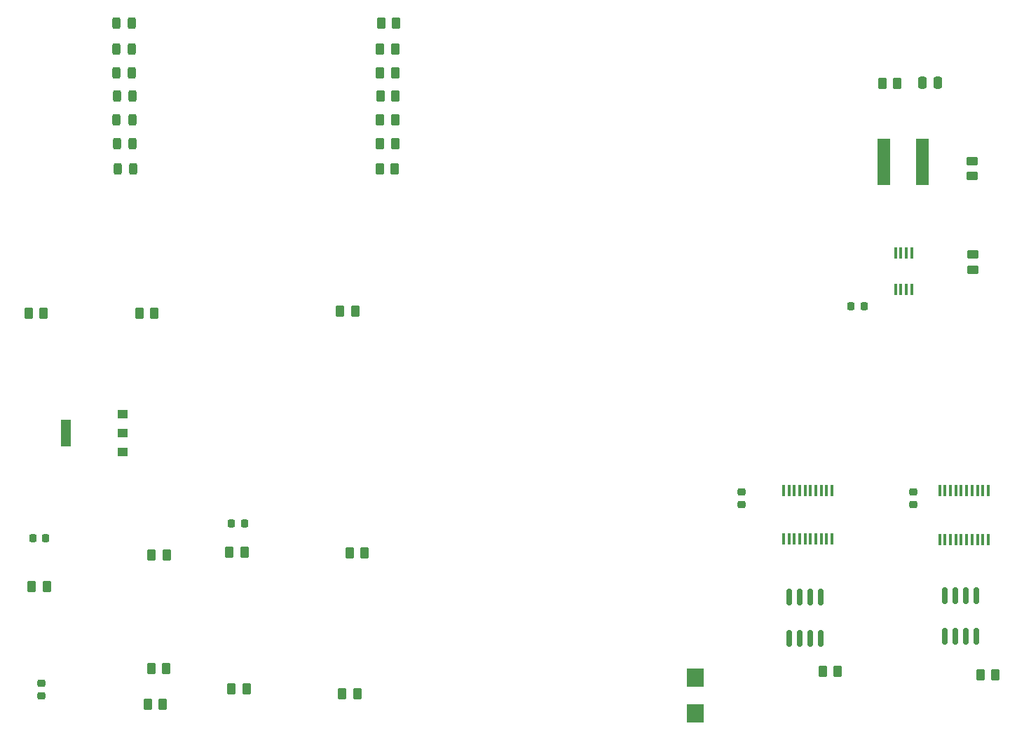
<source format=gtp>
%TF.GenerationSoftware,KiCad,Pcbnew,7.0.1-0*%
%TF.CreationDate,2023-08-06T23:45:38+01:00*%
%TF.ProjectId,chademo-charge-controller,63686164-656d-46f2-9d63-68617267652d,rev?*%
%TF.SameCoordinates,Original*%
%TF.FileFunction,Paste,Top*%
%TF.FilePolarity,Positive*%
%FSLAX46Y46*%
G04 Gerber Fmt 4.6, Leading zero omitted, Abs format (unit mm)*
G04 Created by KiCad (PCBNEW 7.0.1-0) date 2023-08-06 23:45:38*
%MOMM*%
%LPD*%
G01*
G04 APERTURE LIST*
G04 Aperture macros list*
%AMRoundRect*
0 Rectangle with rounded corners*
0 $1 Rounding radius*
0 $2 $3 $4 $5 $6 $7 $8 $9 X,Y pos of 4 corners*
0 Add a 4 corners polygon primitive as box body*
4,1,4,$2,$3,$4,$5,$6,$7,$8,$9,$2,$3,0*
0 Add four circle primitives for the rounded corners*
1,1,$1+$1,$2,$3*
1,1,$1+$1,$4,$5*
1,1,$1+$1,$6,$7*
1,1,$1+$1,$8,$9*
0 Add four rect primitives between the rounded corners*
20,1,$1+$1,$2,$3,$4,$5,0*
20,1,$1+$1,$4,$5,$6,$7,0*
20,1,$1+$1,$6,$7,$8,$9,0*
20,1,$1+$1,$8,$9,$2,$3,0*%
G04 Aperture macros list end*
%ADD10R,1.200000X1.000000*%
%ADD11R,1.200000X3.300000*%
%ADD12R,0.450000X1.475000*%
%ADD13R,0.450000X1.400000*%
%ADD14RoundRect,0.250000X0.262500X0.450000X-0.262500X0.450000X-0.262500X-0.450000X0.262500X-0.450000X0*%
%ADD15RoundRect,0.243750X-0.243750X-0.456250X0.243750X-0.456250X0.243750X0.456250X-0.243750X0.456250X0*%
%ADD16RoundRect,0.250000X-0.262500X-0.450000X0.262500X-0.450000X0.262500X0.450000X-0.262500X0.450000X0*%
%ADD17RoundRect,0.225000X0.225000X0.250000X-0.225000X0.250000X-0.225000X-0.250000X0.225000X-0.250000X0*%
%ADD18R,2.050000X2.250000*%
%ADD19RoundRect,0.150000X-0.150000X0.825000X-0.150000X-0.825000X0.150000X-0.825000X0.150000X0.825000X0*%
%ADD20RoundRect,0.250000X-0.250000X-0.475000X0.250000X-0.475000X0.250000X0.475000X-0.250000X0.475000X0*%
%ADD21RoundRect,0.225000X-0.250000X0.225000X-0.250000X-0.225000X0.250000X-0.225000X0.250000X0.225000X0*%
%ADD22RoundRect,0.250000X-0.450000X0.262500X-0.450000X-0.262500X0.450000X-0.262500X0.450000X0.262500X0*%
%ADD23R,1.600000X5.700000*%
G04 APERTURE END LIST*
D10*
%TO.C,IC6*%
X118716000Y-84088000D03*
X118716000Y-81788000D03*
X118716000Y-79488000D03*
D11*
X111916000Y-81788000D03*
%TD*%
D12*
%TO.C,IC4*%
X217456598Y-94653400D03*
X218106598Y-94653400D03*
X218756598Y-94653400D03*
X219406598Y-94653400D03*
X220056598Y-94653400D03*
X220706598Y-94653400D03*
X221356598Y-94653400D03*
X222006598Y-94653400D03*
X222656598Y-94653400D03*
X223306598Y-94653400D03*
X223306598Y-88777400D03*
X222656598Y-88777400D03*
X222006598Y-88777400D03*
X221356598Y-88777400D03*
X220706598Y-88777400D03*
X220056598Y-88777400D03*
X219406598Y-88777400D03*
X218756598Y-88777400D03*
X218106598Y-88777400D03*
X217456598Y-88777400D03*
%TD*%
%TO.C,IC2*%
X198584200Y-94589600D03*
X199234200Y-94589600D03*
X199884200Y-94589600D03*
X200534200Y-94589600D03*
X201184200Y-94589600D03*
X201834200Y-94589600D03*
X202484200Y-94589600D03*
X203134200Y-94589600D03*
X203784200Y-94589600D03*
X204434200Y-94589600D03*
X204434200Y-88713600D03*
X203784200Y-88713600D03*
X203134200Y-88713600D03*
X202484200Y-88713600D03*
X201834200Y-88713600D03*
X201184200Y-88713600D03*
X200534200Y-88713600D03*
X199884200Y-88713600D03*
X199234200Y-88713600D03*
X198584200Y-88713600D03*
%TD*%
D13*
%TO.C,IC1*%
X212108000Y-64430000D03*
X212758000Y-64430000D03*
X213408000Y-64430000D03*
X214058000Y-64430000D03*
X214058000Y-60030000D03*
X213408000Y-60030000D03*
X212758000Y-60030000D03*
X212108000Y-60030000D03*
%TD*%
D14*
%TO.C,R23*%
X151637369Y-49893217D03*
X149812369Y-49893217D03*
%TD*%
%TO.C,R22*%
X146859000Y-67056000D03*
X145034000Y-67056000D03*
%TD*%
D15*
%TO.C,D8*%
X118150451Y-49913910D03*
X120025451Y-49913910D03*
%TD*%
D14*
%TO.C,R21*%
X147983500Y-96276000D03*
X146158500Y-96276000D03*
%TD*%
%TO.C,R20*%
X151668427Y-46840365D03*
X149843427Y-46840365D03*
%TD*%
D16*
%TO.C,R19*%
X131630630Y-96226878D03*
X133455630Y-96226878D03*
%TD*%
D15*
%TO.C,D7*%
X118073022Y-46825148D03*
X119948022Y-46825148D03*
%TD*%
D17*
%TO.C,C7*%
X133464600Y-92710000D03*
X131914600Y-92710000D03*
%TD*%
D16*
%TO.C,R18*%
X107742750Y-100320000D03*
X109567750Y-100320000D03*
%TD*%
D14*
%TO.C,R17*%
X123594500Y-114554000D03*
X121769500Y-114554000D03*
%TD*%
%TO.C,R10*%
X124042292Y-110236000D03*
X122217292Y-110236000D03*
%TD*%
D18*
%TO.C,D1*%
X187960000Y-111337200D03*
X187960000Y-115637200D03*
%TD*%
D17*
%TO.C,C1*%
X208293000Y-66462000D03*
X206743000Y-66462000D03*
%TD*%
D14*
%TO.C,R4*%
X124050750Y-96520000D03*
X122225750Y-96520000D03*
%TD*%
D19*
%TO.C,IC5*%
X221897198Y-101447600D03*
X220627198Y-101447600D03*
X219357198Y-101447600D03*
X218087198Y-101447600D03*
X218087198Y-106397600D03*
X219357198Y-106397600D03*
X220627198Y-106397600D03*
X221897198Y-106397600D03*
%TD*%
D14*
%TO.C,R8*%
X151688250Y-38321652D03*
X149863250Y-38321652D03*
%TD*%
D15*
%TO.C,D5*%
X118029715Y-43942000D03*
X119904715Y-43942000D03*
%TD*%
D20*
%TO.C,C4*%
X215343200Y-39471600D03*
X217243200Y-39471600D03*
%TD*%
D14*
%TO.C,R11*%
X151671715Y-43942000D03*
X149846715Y-43942000D03*
%TD*%
D15*
%TO.C,D6*%
X117955663Y-32258908D03*
X119830663Y-32258908D03*
%TD*%
D16*
%TO.C,R6*%
X107395000Y-67310000D03*
X109220000Y-67310000D03*
%TD*%
D21*
%TO.C,C3*%
X193548000Y-88887000D03*
X193548000Y-90437000D03*
%TD*%
D14*
%TO.C,R15*%
X151788500Y-32258000D03*
X149963500Y-32258000D03*
%TD*%
D22*
%TO.C,R2*%
X221373200Y-48922300D03*
X221373200Y-50747300D03*
%TD*%
D14*
%TO.C,R1*%
X212327000Y-39522400D03*
X210502000Y-39522400D03*
%TD*%
%TO.C,R5*%
X151677624Y-35378780D03*
X149852624Y-35378780D03*
%TD*%
D22*
%TO.C,R3*%
X221424000Y-60215500D03*
X221424000Y-62040500D03*
%TD*%
D17*
%TO.C,C5*%
X109430250Y-94478000D03*
X107880250Y-94478000D03*
%TD*%
D21*
%TO.C,C6*%
X108966000Y-112001000D03*
X108966000Y-113551000D03*
%TD*%
D16*
%TO.C,R14*%
X145268642Y-113334800D03*
X147093642Y-113334800D03*
%TD*%
D23*
%TO.C,L1*%
X210692000Y-49022000D03*
X215392000Y-49022000D03*
%TD*%
D14*
%TO.C,R9*%
X151718808Y-41102465D03*
X149893808Y-41102465D03*
%TD*%
D16*
%TO.C,R16*%
X131910142Y-112706393D03*
X133735142Y-112706393D03*
%TD*%
D15*
%TO.C,D2*%
X117999124Y-35378780D03*
X119874124Y-35378780D03*
%TD*%
D19*
%TO.C,IC3*%
X203073000Y-101650800D03*
X201803000Y-101650800D03*
X200533000Y-101650800D03*
X199263000Y-101650800D03*
X199263000Y-106600800D03*
X200533000Y-106600800D03*
X201803000Y-106600800D03*
X203073000Y-106600800D03*
%TD*%
D15*
%TO.C,D3*%
X118009750Y-38321652D03*
X119884750Y-38321652D03*
%TD*%
D14*
%TO.C,R13*%
X224178500Y-110998000D03*
X222353500Y-110998000D03*
%TD*%
D15*
%TO.C,D4*%
X118040308Y-41102465D03*
X119915308Y-41102465D03*
%TD*%
D21*
%TO.C,C2*%
X214226398Y-88887000D03*
X214226398Y-90437000D03*
%TD*%
D14*
%TO.C,R12*%
X205128500Y-110632000D03*
X203303500Y-110632000D03*
%TD*%
%TO.C,R7*%
X122578500Y-67310000D03*
X120753500Y-67310000D03*
%TD*%
M02*

</source>
